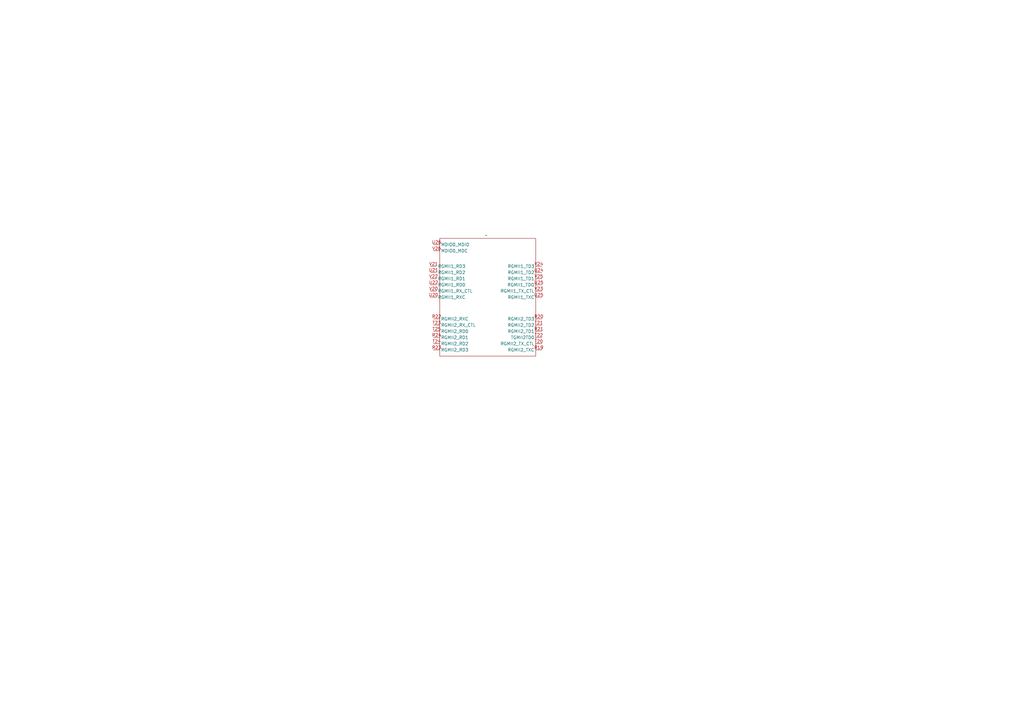
<source format=kicad_sch>
(kicad_sch (version 20250114) (generator "eeschema") (generator_version "9.0")
  (paper "A3")
  (lib_symbols
    (symbol "octavo_Library:osd62x-pm"
      (symbol "osd62x-pm_1_1"
        (rectangle (start -20.32 -2.54) (end 19.05 -198.12))
        (pin power_in line (at -22.86 -5.08 0) (length 2.54) (name "VDD_CORE") (number "G13"))
        (pin power_in line (at -22.86 -7.62 0) (length 2.54) (name "VDD_CORE") (number "G14"))
        (pin power_in line (at -22.86 -10.16 0) (length 2.54) (name "VDD_CORE") (number "G15"))
        (pin power_in line (at -22.86 -12.7 0) (length 2.54) (name "VDD_CORE") (number "G16"))
        (pin power_in line (at -22.86 -15.24 0) (length 2.54) (name "VDD_CORE") (number "G16"))
        (pin power_in line (at -22.86 -17.78 0) (length 2.54) (name "VDD_CORE") (number "H12"))
        (pin power_in line (at -22.86 -20.32 0) (length 2.54) (name "VDD_CORE") (number "H13"))
        (pin power_in line (at -22.86 -22.86 0) (length 2.54) (name "VDD_CORE") (number "H14"))
        (pin power_in line (at -22.86 -25.4 0) (length 2.54) (name "VDD_CORE") (number "H15"))
        (pin power_in line (at -22.86 -27.94 0) (length 2.54) (name "VDD_CORE") (number "H16"))
        (pin power_in line (at -22.86 -30.48 0) (length 2.54) (name "VDD_CORE") (number "J12"))
        (pin power_in line (at -22.86 -33.02 0) (length 2.54) (name "VDD_CORE") (number "J13"))
        (pin power_in line (at -22.86 -35.56 0) (length 2.54) (name "VDD_CORE") (number "J16"))
        (pin power_in line (at -22.86 -38.1 0) (length 2.54) (name "VDD_CORE") (number "K12"))
        (pin power_in line (at -22.86 -40.64 0) (length 2.54) (name "VDD_CORE") (number "K13"))
        (pin power_in line (at -22.86 -43.18 0) (length 2.54) (name "VDD_CORE") (number "K16"))
        (pin power_in line (at -22.86 -45.72 0) (length 2.54) (name "VDD_CORE") (number "L13"))
        (pin power_in line (at -22.86 -48.26 0) (length 2.54) (name "VDD_CORE") (number "L14"))
        (pin power_in line (at -22.86 -50.8 0) (length 2.54) (name "VDD_CORE") (number "L15"))
        (pin power_in line (at -22.86 -55.88 0) (length 2.54) (name "VDDR_CORE") (number "H17"))
        (pin power_in line (at -22.86 -58.42 0) (length 2.54) (name "VDDR_CORE") (number "H18"))
        (pin power_in line (at -22.86 -60.96 0) (length 2.54) (name "VDDR_CORE") (number "J17"))
        (pin power_in line (at -22.86 -63.5 0) (length 2.54) (name "VDDR_CORE") (number "J18"))
        (pin power_in line (at -22.86 -66.04 0) (length 2.54) (name "VDDR_CORE") (number "K17"))
        (pin power_in line (at -22.86 -68.58 0) (length 2.54) (name "VDDR_CORE") (number "K18"))
        (pin power_in line (at -22.86 -71.12 0) (length 2.54) (name "VDDR_CORE") (number "L17"))
        (pin power_in line (at -22.86 -73.66 0) (length 2.54) (name "VDDR_CORE") (number "L18"))
        (pin power_in line (at -22.86 -78.74 0) (length 2.54) (name "DDR_VPP") (number "N10"))
        (pin power_in line (at -22.86 -85.09 0) (length 2.54) (name "VDDA_CORE_CSIRX0") (number "M13"))
        (pin power_in line (at -22.86 -88.9 0) (length 2.54) (name "VDDA_CORE_USB") (number "M12"))
        (pin power_in line (at -22.86 -92.71 0) (length 2.54) (name "VDD_CANUART") (number "G12"))
        (pin power_in line (at -22.86 -102.87 0) (length 2.54) (name "VDDA_1P8_OLDI0") (number "P11"))
        (pin power_in line (at -22.86 -105.41 0) (length 2.54) (name "VDDA_1P8_CSIRX0") (number "P13"))
        (pin power_in line (at -22.86 -107.95 0) (length 2.54) (name "VDDA_1P8_USB") (number "P12"))
        (pin power_in line (at -22.86 -110.49 0) (length 2.54) (name "VDDA_PLL0") (number "N13"))
        (pin power_in line (at -22.86 -113.03 0) (length 2.54) (name "VDDA_PLL1") (number "N14"))
        (pin power_in line (at -22.86 -115.57 0) (length 2.54) (name "VDDA_PLL2") (number "F14"))
        (pin power_in line (at -22.86 -118.11 0) (length 2.54) (name "VDDA_MCU") (number "F13"))
        (pin power_in line (at -22.86 -120.65 0) (length 2.54) (name "VDDA_TEMP") (number "N12"))
        (pin power_in line (at -22.86 -123.19 0) (length 2.54) (name "VDDA_OSC0") (number "D15"))
        (pin power_in line (at -22.86 -125.73 0) (length 2.54) (name "VDDA_3P3_USB") (number "N7"))
        (pin power_in line (at -22.86 -135.89 0) (length 2.54) (name "VPP") (number "C16"))
        (pin power_in line (at -22.86 -144.78 0) (length 2.54) (name "VMON_SYS") (number "A15"))
        (pin power_in line (at -22.86 -149.86 0) (length 2.54) (name "VMON_1P8_SOC") (number "C15"))
        (pin power_in line (at -22.86 -154.94 0) (length 2.54) (name "VMON_3P3_SOC") (number "B15"))
        (pin power_in line (at 21.59 -5.08 180) (length 2.54) (name "VDDS_DDR") (number "K10"))
        (pin power_in line (at 21.59 -7.62 180) (length 2.54) (name "VDDS_DDR") (number "K11"))
        (pin power_in line (at 21.59 -10.16 180) (length 2.54) (name "VDDS_DDR") (number "L9"))
        (pin power_in line (at 21.59 -12.7 180) (length 2.54) (name "VDDS_DDR") (number "L10"))
        (pin power_in line (at 21.59 -15.24 180) (length 2.54) (name "VDDS_DDR") (number "L11"))
        (pin power_in line (at 21.59 -17.78 180) (length 2.54) (name "VDDS_DDR") (number "M8"))
        (pin power_in line (at 21.59 -20.32 180) (length 2.54) (name "VDDS_DDR") (number "M9"))
        (pin power_in line (at 21.59 -22.86 180) (length 2.54) (name "VDDS_DDR") (number "M10"))
        (pin power_in line (at 21.59 -25.4 180) (length 2.54) (name "VDDS_DDR") (number "N8"))
        (pin power_in line (at 21.59 -27.94 180) (length 2.54) (name "VDDS_DDR") (number "N9"))
        (pin power_in line (at 21.59 -31.75 180) (length 2.54) (name "VDDSHV_CANUART") (number "F11"))
        (pin power_in line (at 21.59 -34.29 180) (length 2.54) (name "VDDSHV_CANUART") (number "G10"))
        (pin power_in line (at 21.59 -36.83 180) (length 2.54) (name "VDDSHV_MCU") (number "F12"))
        (pin power_in line (at 21.59 -39.37 180) (length 2.54) (name "VDDSHV_MCU") (number "G11"))
        (pin power_in line (at 21.59 -43.18 180) (length 2.54) (name "VDDSHV0") (number "J21"))
        (pin power_in line (at 21.59 -45.72 180) (length 2.54) (name "VDDSHV0") (number "J22"))
        (pin power_in line (at 21.59 -48.26 180) (length 2.54) (name "VDDSHV1") (number "K21"))
        (pin power_in line (at 21.59 -50.8 180) (length 2.54) (name "VDDSHV1") (number "K22"))
        (pin power_in line (at 21.59 -53.34 180) (length 2.54) (name "VDDSHV2") (number "M21"))
        (pin power_in line (at 21.59 -55.88 180) (length 2.54) (name "VDDSHV2") (number "M22"))
        (pin power_in line (at 21.59 -58.42 180) (length 2.54) (name "VDDSHV3") (number "L21"))
        (pin power_in line (at 21.59 -60.96 180) (length 2.54) (name "VDDSHV3") (number "L22"))
        (pin power_in line (at 21.59 -63.5 180) (length 2.54) (name "VDDSHV4") (number "N11"))
        (pin power_in line (at 21.59 -66.04 180) (length 2.54) (name "VDDSHV4") (number "P10"))
        (pin power_in line (at 21.59 -68.58 180) (length 2.54) (name "VDDSHV5") (number "G21"))
        (pin power_in line (at 21.59 -71.12 180) (length 2.54) (name "VDDSHV5") (number "G22"))
        (pin power_in line (at 21.59 -73.66 180) (length 2.54) (name "VDDSHV6") (number "H21"))
        (pin power_in line (at 21.59 -76.2 180) (length 2.54) (name "VDDSHV6") (number "H22"))
        (pin power_in line (at 21.59 -80.01 180) (length 2.54) (name "VSS") (number "A2"))
        (pin power_in line (at 21.59 -82.55 180) (length 2.54) (name "VSS") (number "A14"))
        (pin power_in line (at 21.59 -85.09 180) (length 2.54) (name "VSS") (number "A27"))
        (pin power_in line (at 21.59 -87.63 180) (length 2.54) (name "VSS") (number "B1"))
        (pin power_in line (at 21.59 -90.17 180) (length 2.54) (name "VSS") (number "B14"))
        (pin power_in line (at 21.59 -92.71 180) (length 2.54) (name "VSS") (number "B28"))
        (pin power_in line (at 21.59 -95.25 180) (length 2.54) (name "VSS") (number "C3"))
        (pin power_in line (at 21.59 -97.79 180) (length 2.54) (name "VSS") (number "C4"))
        (pin power_in line (at 21.59 -100.33 180) (length 2.54) (name "VSS") (number "C14"))
        (pin power_in line (at 21.59 -102.87 180) (length 2.54) (name "VSS") (number "D3"))
        (pin power_in line (at 21.59 -105.41 180) (length 2.54) (name "VSS") (number "D4"))
        (pin power_in line (at 21.59 -107.95 180) (length 2.54) (name "VSS") (number "D14"))
        (pin power_in line (at 21.59 -110.49 180) (length 2.54) (name "VSS") (number "E3"))
        (pin power_in line (at 21.59 -113.03 180) (length 2.54) (name "VSS") (number "E4"))
        (pin power_in line (at 21.59 -115.57 180) (length 2.54) (name "VSS") (number "E5"))
        (pin power_in line (at 21.59 -118.11 180) (length 2.54) (name "VSS") (number "E6"))
        (pin power_in line (at 21.59 -120.65 180) (length 2.54) (name "VSS") (number "E7"))
        (pin power_in line (at 21.59 -123.19 180) (length 2.54) (name "VSS") (number "E8"))
        (pin power_in line (at 21.59 -125.73 180) (length 2.54) (name "VSS") (number "E9"))
        (pin power_in line (at 21.59 -128.27 180) (length 2.54) (name "VSS") (number "E10"))
        (pin power_in line (at 21.59 -130.81 180) (length 2.54) (name "VSS") (number "E11"))
        (pin power_in line (at 21.59 -133.35 180) (length 2.54) (name "VSS") (number "E12"))
        (pin power_in line (at 21.59 -135.89 180) (length 2.54) (name "VSS") (number "E13"))
        (pin power_in line (at 21.59 -138.43 180) (length 2.54) (name "VSS") (number "E16"))
        (pin power_in line (at 21.59 -140.97 180) (length 2.54) (name "VSS") (number "E17"))
        (pin power_in line (at 21.59 -143.51 180) (length 2.54) (name "VSS") (number "E18"))
        (pin power_in line (at 21.59 -146.05 180) (length 2.54) (name "VSS") (number "E19"))
        (pin power_in line (at 21.59 -148.59 180) (length 2.54) (name "VSS") (number "E20"))
        (pin power_in line (at 21.59 -151.13 180) (length 2.54) (name "VSS") (number "E21"))
        (pin power_in line (at 21.59 -153.67 180) (length 2.54) (name "VSS") (number "E22"))
        (pin power_in line (at 21.59 -156.21 180) (length 2.54) (name "VSS") (number "E23"))
        (pin power_in line (at 21.59 -158.75 180) (length 2.54) (name "VSS") (number "E24"))
        (pin power_in line (at 21.59 -161.29 180) (length 2.54) (name "VSS") (number "F19"))
        (pin power_in line (at 21.59 -163.83 180) (length 2.54) (name "VSS") (number "F20"))
        (pin power_in line (at 21.59 -166.37 180) (length 2.54) (name "VSS") (number "F21"))
        (pin power_in line (at 21.59 -168.91 180) (length 2.54) (name "VSS") (number "F22"))
        (pin power_in line (at 21.59 -171.45 180) (length 2.54) (name "VSS") (number "F23"))
        (pin power_in line (at 21.59 -173.99 180) (length 2.54) (name "VSS") (number "F24"))
        (pin power_in line (at 21.59 -176.53 180) (length 2.54) (name "VSS") (number "G19"))
        (pin power_in line (at 21.59 -179.07 180) (length 2.54) (name "VSS") (number "G20"))
        (pin power_in line (at 21.59 -181.61 180) (length 2.54) (name "VSS") (number "G23"))
        (pin power_in line (at 21.59 -184.15 180) (length 2.54) (name "VSS") (number "G24"))
        (pin power_in line (at 21.59 -186.69 180) (length 2.54) (name "VSS") (number "H19"))
        (pin power_in line (at 21.59 -189.23 180) (length 2.54) (name "VSS") (number "H20"))
        (pin power_in line (at 21.59 -191.77 180) (length 2.54) (name "VSS") (number "H24"))
        (pin power_in line (at 21.59 -194.31 180) (length 2.54) (name "VSS") (number "J14"))
        (pin power_in line (at 21.59 -196.85 180) (length 2.54) (name "VSS") (number "J15"))
      )
      (symbol "osd62x-pm_2_1"
        (rectangle (start -19.05 -2.54) (end 20.32 -30.48))
        (pin input line (at -184.15 132.08 0) (length 2.54) (name "MCU_OSC0_XI") (number "G1"))
        (pin input line (at -21.59 -5.08 0) (length 2.54) (name "MCU_OSC0_XI") (number "G1"))
        (pin output line (at -21.59 -7.62 0) (length 2.54) (name "MCU_OCS0_XO") (number "G2"))
        (pin input line (at -21.59 -12.7 0) (length 2.54) (name "WKUP_LFOSC0_XI") (number "H1"))
        (pin output line (at -21.59 -15.24 0) (length 2.54) (name "WKUP_LFOSC0_XO") (number "H2"))
        (pin input line (at -21.59 -20.32 0) (length 2.54) (name "EXT_REFCLK1") (number "D16"))
        (pin output line (at -21.59 -22.86 0) (length 2.54) (name "WKUP_CLKOUT0") (number "C7"))
        (pin output line (at 22.86 -5.08 180) (length 2.54) (name "RESETSTATZ") (number "C18"))
        (pin output line (at 22.86 -8.89 180) (length 2.54) (name "PORZ_OUT") (number "D18"))
        (pin input line (at 22.86 -12.7 180) (length 2.54) (name "RESET_REQZ") (number "D17"))
        (pin input line (at 22.86 -16.51 180) (length 2.54) (name "MCU_PORZ") (number "D6"))
        (pin input line (at 22.86 -20.32 180) (length 2.54) (name "MCU_RESETZ") (number "D6"))
        (pin output line (at 22.86 -24.13 180) (length 2.54) (name "MCU_RESETSTATZ") (number "C6"))
      )
      (symbol "osd62x-pm_3_1"
        (rectangle (start -20.32 -2.54) (end 19.05 -55.88))
        (pin power_in line (at -22.86 -5.08 0) (length 2.54) (name "DDR_VPP") (number "N10"))
        (pin no_connect line (at -22.86 -8.89 0) (length 2.54) (name "DDR_RSVD0") (number "F10"))
        (pin bidirectional line (at -22.86 -15.24 0) (length 2.54) (name "GPMC0_AD0") (number "G28"))
        (pin bidirectional line (at -22.86 -17.78 0) (length 2.54) (name "GPMC0_AD1") (number "G27"))
        (pin bidirectional line (at -22.86 -20.32 0) (length 2.54) (name "GPMC0_AD2") (number "F28"))
        (pin bidirectional line (at -22.86 -22.86 0) (length 2.54) (name "GPMC0_AD3") (number "F27"))
        (pin bidirectional line (at -22.86 -25.4 0) (length 2.54) (name "GPMC0_AD4") (number "E28"))
        (pin bidirectional line (at -22.86 -27.94 0) (length 2.54) (name "GPMC0_AD5") (number "E27"))
        (pin bidirectional line (at -22.86 -30.48 0) (length 2.54) (name "GPMC0_AD6") (number "D28"))
        (pin bidirectional line (at -22.86 -33.02 0) (length 2.54) (name "GPMC0_AD7") (number "D27"))
        (pin bidirectional line (at -22.86 -35.56 0) (length 2.54) (name "GPMC0_AD8") (number "L27"))
        (pin bidirectional line (at -22.86 -38.1 0) (length 2.54) (name "GPMC0_AD9") (number "L28"))
        (pin bidirectional line (at -22.86 -40.64 0) (length 2.54) (name "GPMC0_AD10") (number "K27"))
        (pin bidirectional line (at -22.86 -43.18 0) (length 2.54) (name "GPMC0_AD11") (number "K28"))
        (pin bidirectional line (at -22.86 -45.72 0) (length 2.54) (name "GPMC0_AD12") (number "J28"))
        (pin bidirectional line (at -22.86 -48.26 0) (length 2.54) (name "GPMC0_AD13") (number "J27"))
        (pin bidirectional line (at -22.86 -50.8 0) (length 2.54) (name "GPMC0_AD14") (number "H28"))
        (pin bidirectional line (at -22.86 -53.34 0) (length 2.54) (name "GPMC0_AD15") (number "H27"))
        (pin output line (at 21.59 -5.08 180) (length 2.54) (name "GPMC0_ADVN_ALE") (number "H25"))
        (pin output line (at 21.59 -7.62 180) (length 2.54) (name "GPMC0_OEN_REN") (number "H26"))
        (pin output line (at 21.59 -10.16 180) (length 2.54) (name "GPMC0_WEN") (number "J25"))
        (pin output line (at 21.59 -12.7 180) (length 2.54) (name "GPMC0_BE0N_CLE") (number "J26"))
        (pin output line (at 21.59 -15.24 180) (length 2.54) (name "GPMC0_BE1N") (number "K25"))
        (pin output line (at 21.59 -17.78 180) (length 2.54) (name "GPMC0_CSN0") (number "F26"))
        (pin output line (at 21.59 -20.32 180) (length 2.54) (name "GPMC0_CSN1") (number "F25"))
        (pin output line (at 21.59 -22.86 180) (length 2.54) (name "GPMC0_CSN2") (number "E26"))
        (pin output line (at 21.59 -25.4 180) (length 2.54) (name "GPMC0_CSN3") (number "E25"))
        (pin output line (at 21.59 -27.94 180) (length 2.54) (name "GPMC0_WAIT0") (number "L25"))
        (pin output line (at 21.59 -30.48 180) (length 2.54) (name "GPMC0_WAIT1") (number "L26"))
        (pin output line (at 21.59 -33.02 180) (length 2.54) (name "GPMC0_CLK") (number "K26"))
        (pin output line (at 21.59 -35.56 180) (length 2.54) (name "GPMC0_DIR") (number "G25"))
        (pin output line (at 21.59 -38.1 180) (length 2.54) (name "GPMC0_WPN") (number "G26"))
      )
      (symbol "osd62x-pm_4_1"
        (rectangle (start -20.32 -2.54) (end 19.05 -106.68))
        (pin output line (at -22.86 -5.08 0) (length 2.54) (name "UART0_TXD") (number "B10"))
        (pin input line (at -22.86 -7.62 0) (length 2.54) (name "UART0_RXD") (number "A10"))
        (pin input line (at -22.86 -10.16 0) (length 2.54) (name "UART0_CTSN") (number "A9"))
        (pin output line (at -22.86 -12.7 0) (length 2.54) (name "UART0_RTSN") (number "B9"))
        (pin output line (at -22.86 -17.78 0) (length 2.54) (name "MCU_UART0_TXD") (number "B3"))
        (pin input line (at -22.86 -20.32 0) (length 2.54) (name "MCU_UART0_RXD") (number "B2"))
        (pin input line (at -22.86 -22.86 0) (length 2.54) (name "MCU_UART0_CTSN") (number "B4"))
        (pin output line (at -22.86 -25.4 0) (length 2.54) (name "MCU_UART0_RTSN") (number "A3"))
        (pin output line (at -22.86 -30.48 0) (length 2.54) (name "WKUP_UART0_TXD") (number "C1"))
        (pin input line (at -22.86 -33.02 0) (length 2.54) (name "WKUP_UART0_RXD") (number "C2"))
        (pin input line (at -22.86 -35.56 0) (length 2.54) (name "WKUP_UART0_CTSN") (number "D1"))
        (pin output line (at -22.86 -38.1 0) (length 2.54) (name "WKUP_UART0_RTSN") (number "A3"))
        (pin bidirectional line (at -22.86 -44.45 0) (length 2.54) (name "I2C0_SCL") (number "A12"))
        (pin bidirectional line (at -22.86 -46.99 0) (length 2.54) (name "I2C0_SDA") (number "B12"))
        (pin bidirectional line (at -22.86 -52.07 0) (length 2.54) (name "I2C1_SCL") (number "A13"))
        (pin bidirectional line (at -22.86 -54.61 0) (length 2.54) (name "I2C1_SDA") (number "B13"))
        (pin bidirectional line (at -22.86 -59.69 0) (length 2.54) (name "MCU_I2C0_SCL") (number "A7"))
        (pin bidirectional line (at -22.86 -62.23 0) (length 2.54) (name "MCU_I2C0_SDA") (number "B7"))
        (pin bidirectional line (at -22.86 -67.31 0) (length 2.54) (name "WKUP_I2C0_SCL") (number "A8"))
        (pin bidirectional line (at -22.86 -69.85 0) (length 2.54) (name "WKUP_I2C0_SDA") (number "B8"))
        (pin input line (at -22.86 -77.47 0) (length 2.54) (name "SPI0_CLK") (number "C11"))
        (pin bidirectional line (at -22.86 -80.01 0) (length 2.54) (name "SPI0_D0") (number "D12"))
        (pin bidirectional line (at -22.86 -82.55 0) (length 2.54) (name "SPI0_D1") (number "C12"))
        (pin output line (at -22.86 -85.09 0) (length 2.54) (name "SPI0_CS0") (number "D13"))
        (pin output line (at -22.86 -87.63 0) (length 2.54) (name "SPI0_CS1") (number "C13"))
        (pin input line (at -22.86 -93.98 0) (length 2.54) (name "MCU_SPI0_CLK") (number "A4"))
        (pin bidirectional line (at -22.86 -96.52 0) (length 2.54) (name "MCU_SPI0_D0") (number "B5"))
        (pin bidirectional line (at -22.86 -99.06 0) (length 2.54) (name "MCU_SPI0_D1") (number "A5"))
        (pin output line (at -22.86 -101.6 0) (length 2.54) (name "MCU_SPI0_CS0") (number "B6"))
        (pin output line (at -22.86 -104.14 0) (length 2.54) (name "MCU_SPI0_CS1") (number "A6"))
        (pin input line (at 21.59 -5.08 180) (length 2.54) (name "MCAN0_RX") (number "A11"))
        (pin output line (at 21.59 -7.62 180) (length 2.54) (name "MCAN0_TX") (number "B11"))
        (pin input line (at 21.59 -12.7 180) (length 2.54) (name "MCU_MCAN0_RX") (number "E1"))
        (pin output line (at 21.59 -15.24 180) (length 2.54) (name "MCU_MCAN0_TX") (number "E2"))
        (pin input line (at 21.59 -20.32 180) (length 2.54) (name "MCU_MCAN1_RX") (number "F1"))
        (pin output line (at 21.59 -22.86 180) (length 2.54) (name "MCU_MCAN1_TX") (number "F2"))
        (pin output line (at 21.59 -30.48 180) (length 2.54) (name "MCU_ERRORN") (number "D7"))
        (pin input line (at 21.59 -33.02 180) (length 2.54) (name "MCU_PORZ") (number "D6"))
        (pin input line (at 21.59 -35.56 180) (length 2.54) (name "MCU_RESETZ") (number "C5"))
        (pin output line (at 21.59 -38.1 180) (length 2.54) (name "MCU_RESETSTATZ") (number "C6"))
      )
      (symbol "osd62x-pm_5_1"
        (rectangle (start -20.32 -2.54) (end 19.05 -50.8))
        (pin input line (at -24.13 -13.97 0) (length 2.54) (name "RGMII1_RD3") (number "V21"))
        (pin input line (at -24.13 -16.51 0) (length 2.54) (name "RGMII1_RD2") (number "U21"))
        (pin input line (at -24.13 -19.05 0) (length 2.54) (name "RGMII1_RD1") (number "V22"))
        (pin input line (at -24.13 -21.59 0) (length 2.54) (name "RGMII1_RD0") (number "U22"))
        (pin input line (at -24.13 -24.13 0) (length 2.54) (name "RGMII1_RX_CTL") (number "V20"))
        (pin input line (at -24.13 -26.67 0) (length 2.54) (name "RGMII1_RXC") (number "U20"))
        (pin bidirectional line (at -22.86 -5.08 0) (length 2.54) (name "MDIO0_MDIO") (number "U26"))
        (pin output line (at -22.86 -7.62 0) (length 2.54) (name "MDIO0_MDC") (number "V26"))
        (pin input line (at -22.86 -35.56 0) (length 2.54) (name "RGMII2_RXC") (number "R22"))
        (pin input line (at -22.86 -38.1 0) (length 2.54) (name "RGMII2_RX_CTL") (number "T23"))
        (pin input line (at -22.86 -40.64 0) (length 2.54) (name "RGMII2_RD0") (number "T25"))
        (pin input line (at -22.86 -43.18 0) (length 2.54) (name "RGMII2_RD1") (number "R24"))
        (pin input line (at -22.86 -45.72 0) (length 2.54) (name "RGMII2_RD2") (number "T24"))
        (pin input line (at -22.86 -48.26 0) (length 2.54) (name "RGMII2_RD3") (number "R23"))
        (pin output line (at 21.59 -13.97 180) (length 2.54) (name "RGMII1_TD3") (number "V24"))
        (pin output line (at 21.59 -16.51 180) (length 2.54) (name "RGMII1_TD2") (number "U24"))
        (pin output line (at 21.59 -19.05 180) (length 2.54) (name "RGMII1_TD1") (number "V25"))
        (pin output line (at 21.59 -21.59 180) (length 2.54) (name "RGMII1_TDO") (number "U25"))
        (pin output line (at 21.59 -24.13 180) (length 2.54) (name "RGMII1_TX_CTL") (number "V23"))
        (pin output line (at 21.59 -26.67 180) (length 2.54) (name "RGMII1_TXC") (number "U25"))
        (pin output line (at 21.59 -35.56 180) (length 2.54) (name "RGMII2_TD3") (number "R20"))
        (pin output line (at 21.59 -38.1 180) (length 2.54) (name "RGMII2_TD2") (number "T21"))
        (pin output line (at 21.59 -40.64 180) (length 2.54) (name "RGMII2_TD1") (number "R21"))
        (pin output line (at 21.59 -43.18 180) (length 2.54) (name "TGMII2TD0") (number "T22"))
        (pin output line (at 21.59 -45.72 180) (length 2.54) (name "RGMII2_TX_CTL") (number "T20"))
        (pin output line (at 21.59 -48.26 180) (length 2.54) (name "RGMII2_TXC") (number "R19"))
      )
    )
  )
  (symbol (lib_id "octavo_Library:osd62x-pm") (at 200.66 95.25 0) (unit 5)
    (property "Reference" "U2" (effects (hide yes)))
    (property "Value" "~" (at 199.39 96.52 0))
  )
)
</source>
